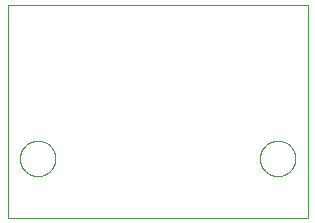
<source format=gbr>
G04 EAGLE Gerber RS-274X export*
G75*
%MOMM*%
%FSLAX34Y34*%
%LPD*%
%AMOC8*
5,1,8,0,0,1.08239X$1,22.5*%
G01*
%ADD10C,0.025400*%
%ADD11C,0.000000*%


D10*
X0Y0D02*
X254000Y0D01*
X254000Y180000D01*
X0Y180000D01*
X0Y0D01*
D11*
X10400Y50000D02*
X10405Y50368D01*
X10418Y50736D01*
X10441Y51103D01*
X10472Y51470D01*
X10513Y51836D01*
X10562Y52201D01*
X10621Y52564D01*
X10688Y52926D01*
X10764Y53287D01*
X10850Y53645D01*
X10943Y54001D01*
X11046Y54354D01*
X11157Y54705D01*
X11277Y55053D01*
X11405Y55398D01*
X11542Y55740D01*
X11687Y56079D01*
X11840Y56413D01*
X12002Y56744D01*
X12171Y57071D01*
X12349Y57393D01*
X12534Y57712D01*
X12727Y58025D01*
X12928Y58334D01*
X13136Y58637D01*
X13352Y58935D01*
X13575Y59228D01*
X13805Y59516D01*
X14042Y59798D01*
X14286Y60073D01*
X14536Y60343D01*
X14793Y60607D01*
X15057Y60864D01*
X15327Y61114D01*
X15602Y61358D01*
X15884Y61595D01*
X16172Y61825D01*
X16465Y62048D01*
X16763Y62264D01*
X17066Y62472D01*
X17375Y62673D01*
X17688Y62866D01*
X18007Y63051D01*
X18329Y63229D01*
X18656Y63398D01*
X18987Y63560D01*
X19321Y63713D01*
X19660Y63858D01*
X20002Y63995D01*
X20347Y64123D01*
X20695Y64243D01*
X21046Y64354D01*
X21399Y64457D01*
X21755Y64550D01*
X22113Y64636D01*
X22474Y64712D01*
X22836Y64779D01*
X23199Y64838D01*
X23564Y64887D01*
X23930Y64928D01*
X24297Y64959D01*
X24664Y64982D01*
X25032Y64995D01*
X25400Y65000D01*
X25768Y64995D01*
X26136Y64982D01*
X26503Y64959D01*
X26870Y64928D01*
X27236Y64887D01*
X27601Y64838D01*
X27964Y64779D01*
X28326Y64712D01*
X28687Y64636D01*
X29045Y64550D01*
X29401Y64457D01*
X29754Y64354D01*
X30105Y64243D01*
X30453Y64123D01*
X30798Y63995D01*
X31140Y63858D01*
X31479Y63713D01*
X31813Y63560D01*
X32144Y63398D01*
X32471Y63229D01*
X32793Y63051D01*
X33112Y62866D01*
X33425Y62673D01*
X33734Y62472D01*
X34037Y62264D01*
X34335Y62048D01*
X34628Y61825D01*
X34916Y61595D01*
X35198Y61358D01*
X35473Y61114D01*
X35743Y60864D01*
X36007Y60607D01*
X36264Y60343D01*
X36514Y60073D01*
X36758Y59798D01*
X36995Y59516D01*
X37225Y59228D01*
X37448Y58935D01*
X37664Y58637D01*
X37872Y58334D01*
X38073Y58025D01*
X38266Y57712D01*
X38451Y57393D01*
X38629Y57071D01*
X38798Y56744D01*
X38960Y56413D01*
X39113Y56079D01*
X39258Y55740D01*
X39395Y55398D01*
X39523Y55053D01*
X39643Y54705D01*
X39754Y54354D01*
X39857Y54001D01*
X39950Y53645D01*
X40036Y53287D01*
X40112Y52926D01*
X40179Y52564D01*
X40238Y52201D01*
X40287Y51836D01*
X40328Y51470D01*
X40359Y51103D01*
X40382Y50736D01*
X40395Y50368D01*
X40400Y50000D01*
X40395Y49632D01*
X40382Y49264D01*
X40359Y48897D01*
X40328Y48530D01*
X40287Y48164D01*
X40238Y47799D01*
X40179Y47436D01*
X40112Y47074D01*
X40036Y46713D01*
X39950Y46355D01*
X39857Y45999D01*
X39754Y45646D01*
X39643Y45295D01*
X39523Y44947D01*
X39395Y44602D01*
X39258Y44260D01*
X39113Y43921D01*
X38960Y43587D01*
X38798Y43256D01*
X38629Y42929D01*
X38451Y42607D01*
X38266Y42288D01*
X38073Y41975D01*
X37872Y41666D01*
X37664Y41363D01*
X37448Y41065D01*
X37225Y40772D01*
X36995Y40484D01*
X36758Y40202D01*
X36514Y39927D01*
X36264Y39657D01*
X36007Y39393D01*
X35743Y39136D01*
X35473Y38886D01*
X35198Y38642D01*
X34916Y38405D01*
X34628Y38175D01*
X34335Y37952D01*
X34037Y37736D01*
X33734Y37528D01*
X33425Y37327D01*
X33112Y37134D01*
X32793Y36949D01*
X32471Y36771D01*
X32144Y36602D01*
X31813Y36440D01*
X31479Y36287D01*
X31140Y36142D01*
X30798Y36005D01*
X30453Y35877D01*
X30105Y35757D01*
X29754Y35646D01*
X29401Y35543D01*
X29045Y35450D01*
X28687Y35364D01*
X28326Y35288D01*
X27964Y35221D01*
X27601Y35162D01*
X27236Y35113D01*
X26870Y35072D01*
X26503Y35041D01*
X26136Y35018D01*
X25768Y35005D01*
X25400Y35000D01*
X25032Y35005D01*
X24664Y35018D01*
X24297Y35041D01*
X23930Y35072D01*
X23564Y35113D01*
X23199Y35162D01*
X22836Y35221D01*
X22474Y35288D01*
X22113Y35364D01*
X21755Y35450D01*
X21399Y35543D01*
X21046Y35646D01*
X20695Y35757D01*
X20347Y35877D01*
X20002Y36005D01*
X19660Y36142D01*
X19321Y36287D01*
X18987Y36440D01*
X18656Y36602D01*
X18329Y36771D01*
X18007Y36949D01*
X17688Y37134D01*
X17375Y37327D01*
X17066Y37528D01*
X16763Y37736D01*
X16465Y37952D01*
X16172Y38175D01*
X15884Y38405D01*
X15602Y38642D01*
X15327Y38886D01*
X15057Y39136D01*
X14793Y39393D01*
X14536Y39657D01*
X14286Y39927D01*
X14042Y40202D01*
X13805Y40484D01*
X13575Y40772D01*
X13352Y41065D01*
X13136Y41363D01*
X12928Y41666D01*
X12727Y41975D01*
X12534Y42288D01*
X12349Y42607D01*
X12171Y42929D01*
X12002Y43256D01*
X11840Y43587D01*
X11687Y43921D01*
X11542Y44260D01*
X11405Y44602D01*
X11277Y44947D01*
X11157Y45295D01*
X11046Y45646D01*
X10943Y45999D01*
X10850Y46355D01*
X10764Y46713D01*
X10688Y47074D01*
X10621Y47436D01*
X10562Y47799D01*
X10513Y48164D01*
X10472Y48530D01*
X10441Y48897D01*
X10418Y49264D01*
X10405Y49632D01*
X10400Y50000D01*
X213600Y50000D02*
X213605Y50368D01*
X213618Y50736D01*
X213641Y51103D01*
X213672Y51470D01*
X213713Y51836D01*
X213762Y52201D01*
X213821Y52564D01*
X213888Y52926D01*
X213964Y53287D01*
X214050Y53645D01*
X214143Y54001D01*
X214246Y54354D01*
X214357Y54705D01*
X214477Y55053D01*
X214605Y55398D01*
X214742Y55740D01*
X214887Y56079D01*
X215040Y56413D01*
X215202Y56744D01*
X215371Y57071D01*
X215549Y57393D01*
X215734Y57712D01*
X215927Y58025D01*
X216128Y58334D01*
X216336Y58637D01*
X216552Y58935D01*
X216775Y59228D01*
X217005Y59516D01*
X217242Y59798D01*
X217486Y60073D01*
X217736Y60343D01*
X217993Y60607D01*
X218257Y60864D01*
X218527Y61114D01*
X218802Y61358D01*
X219084Y61595D01*
X219372Y61825D01*
X219665Y62048D01*
X219963Y62264D01*
X220266Y62472D01*
X220575Y62673D01*
X220888Y62866D01*
X221207Y63051D01*
X221529Y63229D01*
X221856Y63398D01*
X222187Y63560D01*
X222521Y63713D01*
X222860Y63858D01*
X223202Y63995D01*
X223547Y64123D01*
X223895Y64243D01*
X224246Y64354D01*
X224599Y64457D01*
X224955Y64550D01*
X225313Y64636D01*
X225674Y64712D01*
X226036Y64779D01*
X226399Y64838D01*
X226764Y64887D01*
X227130Y64928D01*
X227497Y64959D01*
X227864Y64982D01*
X228232Y64995D01*
X228600Y65000D01*
X228968Y64995D01*
X229336Y64982D01*
X229703Y64959D01*
X230070Y64928D01*
X230436Y64887D01*
X230801Y64838D01*
X231164Y64779D01*
X231526Y64712D01*
X231887Y64636D01*
X232245Y64550D01*
X232601Y64457D01*
X232954Y64354D01*
X233305Y64243D01*
X233653Y64123D01*
X233998Y63995D01*
X234340Y63858D01*
X234679Y63713D01*
X235013Y63560D01*
X235344Y63398D01*
X235671Y63229D01*
X235993Y63051D01*
X236312Y62866D01*
X236625Y62673D01*
X236934Y62472D01*
X237237Y62264D01*
X237535Y62048D01*
X237828Y61825D01*
X238116Y61595D01*
X238398Y61358D01*
X238673Y61114D01*
X238943Y60864D01*
X239207Y60607D01*
X239464Y60343D01*
X239714Y60073D01*
X239958Y59798D01*
X240195Y59516D01*
X240425Y59228D01*
X240648Y58935D01*
X240864Y58637D01*
X241072Y58334D01*
X241273Y58025D01*
X241466Y57712D01*
X241651Y57393D01*
X241829Y57071D01*
X241998Y56744D01*
X242160Y56413D01*
X242313Y56079D01*
X242458Y55740D01*
X242595Y55398D01*
X242723Y55053D01*
X242843Y54705D01*
X242954Y54354D01*
X243057Y54001D01*
X243150Y53645D01*
X243236Y53287D01*
X243312Y52926D01*
X243379Y52564D01*
X243438Y52201D01*
X243487Y51836D01*
X243528Y51470D01*
X243559Y51103D01*
X243582Y50736D01*
X243595Y50368D01*
X243600Y50000D01*
X243595Y49632D01*
X243582Y49264D01*
X243559Y48897D01*
X243528Y48530D01*
X243487Y48164D01*
X243438Y47799D01*
X243379Y47436D01*
X243312Y47074D01*
X243236Y46713D01*
X243150Y46355D01*
X243057Y45999D01*
X242954Y45646D01*
X242843Y45295D01*
X242723Y44947D01*
X242595Y44602D01*
X242458Y44260D01*
X242313Y43921D01*
X242160Y43587D01*
X241998Y43256D01*
X241829Y42929D01*
X241651Y42607D01*
X241466Y42288D01*
X241273Y41975D01*
X241072Y41666D01*
X240864Y41363D01*
X240648Y41065D01*
X240425Y40772D01*
X240195Y40484D01*
X239958Y40202D01*
X239714Y39927D01*
X239464Y39657D01*
X239207Y39393D01*
X238943Y39136D01*
X238673Y38886D01*
X238398Y38642D01*
X238116Y38405D01*
X237828Y38175D01*
X237535Y37952D01*
X237237Y37736D01*
X236934Y37528D01*
X236625Y37327D01*
X236312Y37134D01*
X235993Y36949D01*
X235671Y36771D01*
X235344Y36602D01*
X235013Y36440D01*
X234679Y36287D01*
X234340Y36142D01*
X233998Y36005D01*
X233653Y35877D01*
X233305Y35757D01*
X232954Y35646D01*
X232601Y35543D01*
X232245Y35450D01*
X231887Y35364D01*
X231526Y35288D01*
X231164Y35221D01*
X230801Y35162D01*
X230436Y35113D01*
X230070Y35072D01*
X229703Y35041D01*
X229336Y35018D01*
X228968Y35005D01*
X228600Y35000D01*
X228232Y35005D01*
X227864Y35018D01*
X227497Y35041D01*
X227130Y35072D01*
X226764Y35113D01*
X226399Y35162D01*
X226036Y35221D01*
X225674Y35288D01*
X225313Y35364D01*
X224955Y35450D01*
X224599Y35543D01*
X224246Y35646D01*
X223895Y35757D01*
X223547Y35877D01*
X223202Y36005D01*
X222860Y36142D01*
X222521Y36287D01*
X222187Y36440D01*
X221856Y36602D01*
X221529Y36771D01*
X221207Y36949D01*
X220888Y37134D01*
X220575Y37327D01*
X220266Y37528D01*
X219963Y37736D01*
X219665Y37952D01*
X219372Y38175D01*
X219084Y38405D01*
X218802Y38642D01*
X218527Y38886D01*
X218257Y39136D01*
X217993Y39393D01*
X217736Y39657D01*
X217486Y39927D01*
X217242Y40202D01*
X217005Y40484D01*
X216775Y40772D01*
X216552Y41065D01*
X216336Y41363D01*
X216128Y41666D01*
X215927Y41975D01*
X215734Y42288D01*
X215549Y42607D01*
X215371Y42929D01*
X215202Y43256D01*
X215040Y43587D01*
X214887Y43921D01*
X214742Y44260D01*
X214605Y44602D01*
X214477Y44947D01*
X214357Y45295D01*
X214246Y45646D01*
X214143Y45999D01*
X214050Y46355D01*
X213964Y46713D01*
X213888Y47074D01*
X213821Y47436D01*
X213762Y47799D01*
X213713Y48164D01*
X213672Y48530D01*
X213641Y48897D01*
X213618Y49264D01*
X213605Y49632D01*
X213600Y50000D01*
M02*

</source>
